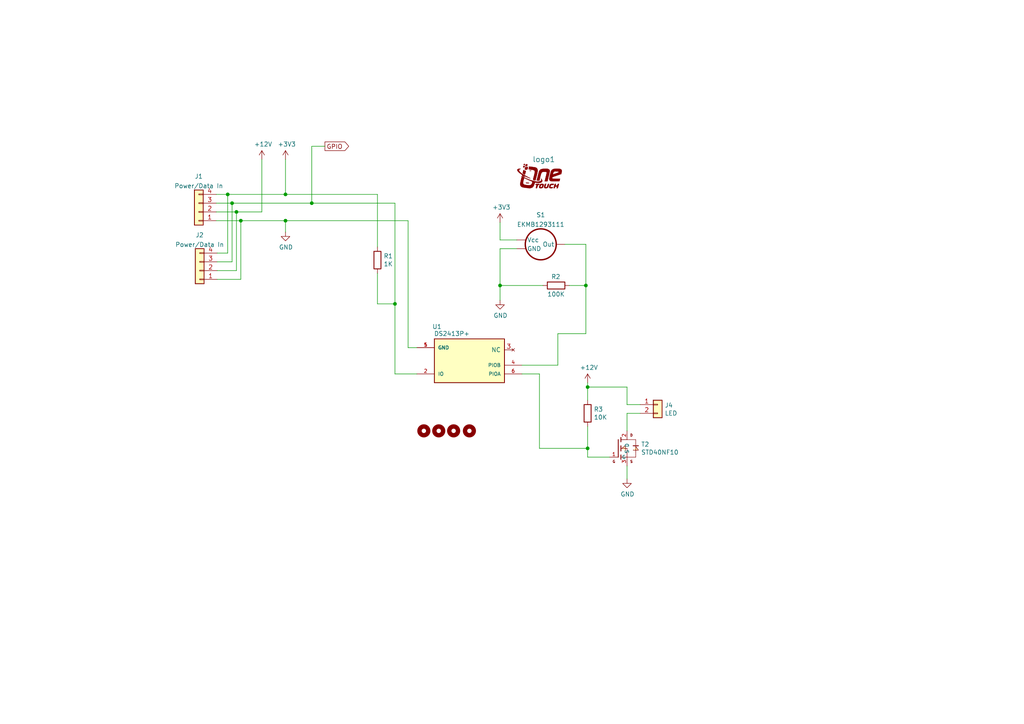
<source format=kicad_sch>
(kicad_sch (version 20211123) (generator eeschema)
  (paper "A4")
  (lib_symbols
    (symbol "Connector_Generic:Conn_01x02" (pin_names (offset 1.016) hide)
      (property "Reference" "J" (at 0 2.54 0))
      (property "Value" "Conn_01x02" (at 0 -5.08 0))
      (symbol "Conn_01x02_1_1"
        (rectangle (start -1.27 -2.413) (end 0 -2.667) (stroke (width 0.1524)))
        (rectangle (start -1.27 0.127) (end 0 -0.127) (stroke (width 0.1524)))
        (rectangle (start -1.27 1.27) (end 1.27 -3.81) (stroke (width 0.254)) (fill (type background)))
        (pin passive line (at -5.08 0 0) (length 3.81) (name "Pin_1") (number "1"))
        (pin passive line (at -5.08 -2.54 0) (length 3.81) (name "Pin_2") (number "2"))
      )
    )
    (symbol "Connector_Generic:Conn_01x04" (pin_names (offset 1.016) hide)
      (property "Reference" "J" (at 0 5.08 0))
      (property "Value" "Conn_01x04" (at 0 -7.62 0))
      (symbol "Conn_01x04_1_1"
        (rectangle (start -1.27 -4.953) (end 0 -5.207) (stroke (width 0.1524)))
        (rectangle (start -1.27 -2.413) (end 0 -2.667) (stroke (width 0.1524)))
        (rectangle (start -1.27 0.127) (end 0 -0.127) (stroke (width 0.1524)))
        (rectangle (start -1.27 2.667) (end 0 2.413) (stroke (width 0.1524)))
        (rectangle (start -1.27 3.81) (end 1.27 -6.35) (stroke (width 0.254)) (fill (type background)))
        (pin passive line (at -5.08 2.54 0) (length 3.81) (name "Pin_1") (number "1"))
        (pin passive line (at -5.08 0 0) (length 3.81) (name "Pin_2") (number "2"))
        (pin passive line (at -5.08 -2.54 0) (length 3.81) (name "Pin_3") (number "3"))
        (pin passive line (at -5.08 -5.08 0) (length 3.81) (name "Pin_4") (number "4"))
      )
    )
    (symbol "DS2413P_:DS2413P+" (pin_names (offset 1.016))
      (property "Reference" "U1" (at 0 -9.3218 0))
      (property "Value" "DS2413P+" (at 0 -7.0104 0))
      (symbol "DS2413P+_0_0"
        (rectangle (start -10.16 -7.62) (end 10.16 5.08) (stroke (width 0.254)) (fill (type background)))
        (pin power_in line (at 15.24 -5.08 180) (length 5.08) (name "GND") (number "1"))
        (pin bidirectional line (at 15.24 2.54 180) (length 5.08) (name "IO") (number "2"))
        (pin bidirectional line (at -15.24 0 0) (length 5.08) (name "PIOB") (number "4"))
        (pin power_in line (at 15.24 -5.08 180) (length 5.08) (name "GND") (number "5"))
        (pin bidirectional line (at -15.24 2.54 0) (length 5.08) (name "PIOA") (number "6"))
      )
      (symbol "DS2413P+_1_1"
        (pin no_connect line (at -12.7 -4.445 0) (length 2.54) (name "NC") (number "3"))
      )
    )
    (symbol "Device:R" (pin_numbers hide) (pin_names (offset 0))
      (property "Reference" "R" (at 2.032 0 90))
      (property "Value" "R" (at 0 0 90))
      (symbol "R_0_1"
        (rectangle (start -1.016 -2.54) (end 1.016 2.54) (stroke (width 0.254)))
      )
      (symbol "R_1_1"
        (pin passive line (at 0 3.81 270) (length 1.27) (name "~") (number "1"))
        (pin passive line (at 0 -3.81 90) (length 1.27) (name "~") (number "2"))
      )
    )
    (symbol "Mechanical:MountingHole" (pin_numbers hide) (pin_names (offset 1.016) hide)
      (property "Reference" "H" (at 0 5.08 0))
      (property "Value" "MountingHole" (at 0 3.175 0))
      (symbol "MountingHole_0_1"
        (circle (center 0 0) (radius 1.27) (stroke (width 1.27)))
      )
    )
    (symbol "STD40NF10:STD40NF10" (pin_names (offset 1.016))
      (property "Reference" "T2" (at 6.604 1.1684 0))
      (property "Value" "STD40NF10" (at 6.604 -1.143 0))
      (symbol "STD40NF10_0_0"
        (polyline (pts (xy 0 2.54) (xy 0 -2.54)) (stroke (width 0.254)))
        (polyline (pts (xy 0.762 -2.54) (xy 0.762 -3.175)) (stroke (width 0.254)))
        (polyline (pts (xy 0.762 -1.905) (xy 0.762 -2.54)) (stroke (width 0.254)))
        (polyline (pts (xy 0.762 0) (xy 0.762 -0.762)) (stroke (width 0.254)))
        (polyline (pts (xy 0.762 0) (xy 2.54 0)) (stroke (width 0.1524)))
        (polyline (pts (xy 0.762 0.762) (xy 0.762 0)) (stroke (width 0.254)))
        (polyline (pts (xy 0.762 2.54) (xy 0.762 1.905)) (stroke (width 0.254)))
        (polyline (pts (xy 0.762 2.54) (xy 2.54 2.54)) (stroke (width 0.1524)))
        (polyline (pts (xy 0.762 3.175) (xy 0.762 2.54)) (stroke (width 0.254)))
        (polyline (pts (xy 2.54 -2.54) (xy 0.762 -2.54)) (stroke (width 0.1524)))
        (polyline (pts (xy 2.54 -2.54) (xy 5.08 -2.54)) (stroke (width 0.127)))
        (polyline (pts (xy 2.54 0) (xy 2.54 -2.54)) (stroke (width 0.1524)))
        (polyline (pts (xy 5.08 -2.54) (xy 5.08 -1.016)) (stroke (width 0.127)))
        (polyline (pts (xy 5.08 0.762) (xy 4.318 0.762)) (stroke (width 0.254)))
        (polyline (pts (xy 5.08 0.762) (xy 5.08 -1.016)) (stroke (width 0.1524)))
        (polyline (pts (xy 5.08 1.016) (xy 5.08 2.54)) (stroke (width 0.127)))
        (polyline (pts (xy 5.08 2.54) (xy 2.54 2.54)) (stroke (width 0.127)))
        (polyline (pts (xy 5.842 0.762) (xy 5.08 0.762)) (stroke (width 0.254)))
        (polyline (pts (xy 1.016 0) (xy 2.032 0.762) (xy 2.032 -0.762)) (stroke (width 0.1524)) (fill (type background)))
        (polyline (pts (xy 5.08 0.508) (xy 5.842 -0.508) (xy 4.318 -0.508)) (stroke (width 0.1524)) (fill (type background)))
        (text "D" (at 3.81 3.81 0) (effects (font (size 0.7112 0.7112))))
        (text "G" (at -1.27 -3.81 0) (effects (font (size 0.7112 0.7112))))
        (text "S" (at 3.81 -3.81 0) (effects (font (size 0.7112 0.7112))))
        (pin passive line (at -2.54 -2.54 0) (length 2.54) (name "G") (number "1"))
        (pin passive line (at 2.54 5.08 270) (length 2.54) (name "D") (number "2"))
        (pin passive line (at 2.54 -5.08 90) (length 2.54) (name "S") (number "3"))
      )
    )
    (symbol "Sensor_Motion:EKMB1293111" (pin_numbers hide)
      (property "Reference" "S" (at 0 -10.795 0))
      (property "Value" "EKMB1293111" (at 0 10.16 0))
      (symbol "EKMB1293111_0_1"
        (circle (center 0 0) (radius 4.4901) (stroke (width 0.4)))
      )
      (symbol "EKMB1293111_1_1"
        (pin power_in line (at -6.985 1.27 0) (length 2.54) (name "Vcc") (number "1"))
        (pin power_in line (at -6.985 -1.27 0) (length 2.54) (name "GND") (number "2"))
        (pin output line (at 6.985 0 180) (length 2.54) (name "Out") (number "3"))
      )
    )
    (symbol "onetouchlogo:LOGO" (pin_names (offset 1.016))
      (symbol "LOGO_0_0"
        (polyline (pts (xy -2.3876 1.7526) (xy -2.4384 1.778) (xy -2.6416 1.8034) (xy -2.667 1.8034) (xy -2.8194 1.8288) (xy -2.8702 1.778) (xy -2.7686 1.7526) (xy -2.6162 1.7272) (xy -2.4384 1.7272) (xy -2.3876 1.7526)) (stroke (width 0.0254)) (fill (type outline)))
        (polyline (pts (xy -4.3688 2.7686) (xy -4.318 2.8956) (xy -4.2926 2.9718) (xy -4.2672 3.1242) (xy -4.3434 3.175) (xy -4.4704 3.175) (xy -4.5974 3.1496) (xy -4.6736 3.0988) (xy -4.699 2.9464) (xy -4.699 2.8194) (xy -4.6482 2.7432) (xy -4.5212 2.7432) (xy -4.3688 2.7686)) (stroke (width 0.0254)) (fill (type outline)))
        (polyline (pts (xy -3.048 -1.8034) (xy -2.9972 -1.778) (xy -3.0734 -1.7272) (xy -3.2258 -1.7018) (xy -3.6322 -1.651) (xy -3.7846 -1.651) (xy -3.8862 -1.6764) (xy -3.937 -1.7018) (xy -3.8862 -1.778) (xy -3.7592 -1.8034) (xy -3.6068 -1.8288) (xy -3.2004 -1.8288) (xy -3.048 -1.8034)) (stroke (width 0.0254)) (fill (type outline)))
        (polyline (pts (xy -4.318 3.4544) (xy -4.2164 3.4798) (xy -4.191 3.6068) (xy -4.2164 3.6322) (xy -4.2418 3.7338) (xy -4.3688 3.7592) (xy -4.4704 3.7338) (xy -4.5212 3.7084) (xy -4.5212 3.6576) (xy -4.572 3.5306) (xy -4.572 3.5052) (xy -4.5466 3.4544) (xy -4.3942 3.429) (xy -4.318 3.4544)) (stroke (width 0.0254)) (fill (type outline)))
        (polyline (pts (xy -3.5814 3.1496) (xy -3.5306 3.2512) (xy -3.5052 3.429) (xy -3.5052 3.4544) (xy -3.4798 3.6068) (xy -3.556 3.6576) (xy -3.683 3.683) (xy -3.7846 3.683) (xy -3.9116 3.6576) (xy -3.9878 3.556) (xy -4.0386 3.3528) (xy -4.0894 3.1242) (xy -3.683 3.1242) (xy -3.5814 3.1496)) (stroke (width 0.0254)) (fill (type outline)))
        (polyline (pts (xy -3.5814 2.1336) (xy -3.5052 2.2098) (xy -3.4544 2.3368) (xy -3.4036 2.5654) (xy -3.3528 2.8702) (xy -3.937 2.8702) (xy -4.0894 2.8448) (xy -4.1402 2.8194) (xy -4.1402 2.794) (xy -4.1656 2.667) (xy -4.191 2.4892) (xy -4.2164 2.413) (xy -4.2418 2.2352) (xy -4.2164 2.159) (xy -4.191 2.1336) (xy -4.064 2.1082) (xy -3.7084 2.1082) (xy -3.5814 2.1336)) (stroke (width 0.0254)) (fill (type outline)))
        (polyline (pts (xy -4.191 0.762) (xy -4.1402 0.9144) (xy -4.1402 0.9652) (xy -4.064 1.1938) (xy -4.0132 1.397) (xy -3.9624 1.5748) (xy -3.9624 1.6764) (xy -4.0132 1.7272) (xy -4.1656 1.7526) (xy -4.3434 1.8288) (xy -4.4958 1.9304) (xy -4.5466 1.9558) (xy -4.572 2.0066) (xy -4.6228 1.9558) (xy -4.6736 1.8542) (xy -4.7752 1.397) (xy -4.826 1.2192) (xy -4.826 1.0668) (xy -4.7244 0.9652) (xy -4.572 0.8382) (xy -4.4704 0.762) (xy -4.318 0.6858) (xy -4.2418 0.6604) (xy -4.191 0.762)) (stroke (width 0.0254)) (fill (type outline)))
        (polyline (pts (xy -0.8128 -3.2766) (xy -0.7366 -3.2512) (xy -0.6858 -3.1242) (xy -0.6096 -2.921) (xy -0.5588 -2.7686) (xy -0.508 -2.5654) (xy -0.4826 -2.4384) (xy -0.4318 -2.3876) (xy -0.2794 -2.3368) (xy -0.2032 -2.3368) (xy -0.0508 -2.2352) (xy 0 -2.0828) (xy -0.0254 -2.0574) (xy -0.1016 -2.032) (xy -0.7874 -2.032) (xy -0.9652 -2.0574) (xy -1.0668 -2.0828) (xy -1.1176 -2.1336) (xy -1.143 -2.1844) (xy -1.143 -2.2352) (xy -1.1176 -2.3114) (xy -0.9906 -2.3368) (xy -0.9398 -2.3368) (xy -0.8636 -2.3622) (xy -0.8382 -2.413) (xy -0.8636 -2.54) (xy -0.9398 -2.7432) (xy -0.9652 -2.8702) (xy -1.016 -3.048) (xy -1.016 -3.175) (xy -0.9906 -3.2512) (xy -0.8636 -3.302) (xy -0.8128 -3.2766)) (stroke (width 0.0254)) (fill (type outline)))
        (polyline (pts (xy 3.7338 -3.2512) (xy 3.81 -3.2004) (xy 3.8608 -3.1242) (xy 3.8608 -3.0988) (xy 3.8862 -3.0226) (xy 3.8608 -2.9972) (xy 3.7592 -2.9718) (xy 3.1496 -2.9718) (xy 3.2004 -2.794) (xy 3.2512 -2.6416) (xy 3.302 -2.4638) (xy 3.3782 -2.3876) (xy 3.5052 -2.3368) (xy 3.9116 -2.3368) (xy 4.064 -2.3114) (xy 4.1148 -2.286) (xy 4.1148 -2.2352) (xy 4.1656 -2.1082) (xy 4.1656 -2.0574) (xy 4.0894 -2.032) (xy 3.4544 -2.032) (xy 3.2258 -2.0828) (xy 3.0734 -2.1844) (xy 2.9718 -2.3622) (xy 2.8702 -2.6416) (xy 2.8702 -2.7178) (xy 2.8194 -2.921) (xy 2.8194 -3.0734) (xy 2.8702 -3.175) (xy 2.9972 -3.2258) (xy 3.0734 -3.2512) (xy 3.2512 -3.2766) (xy 3.556 -3.2766) (xy 3.7338 -3.2512)) (stroke (width 0.0254)) (fill (type outline)))
        (polyline (pts (xy 2.286 -3.2004) (xy 2.3622 -3.175) (xy 2.4384 -3.1242) (xy 2.5146 -3.0226) (xy 2.5654 -2.8702) (xy 2.6416 -2.6162) (xy 2.667 -2.54) (xy 2.7178 -2.3114) (xy 2.7686 -2.1336) (xy 2.794 -2.0574) (xy 2.7432 -2.032) (xy 2.6162 -2.032) (xy 2.5146 -2.0574) (xy 2.4384 -2.1082) (xy 2.3876 -2.2352) (xy 2.3368 -2.4384) (xy 2.2606 -2.6416) (xy 2.2098 -2.8194) (xy 2.1844 -2.8956) (xy 2.159 -2.921) (xy 2.032 -2.9718) (xy 1.7526 -2.9718) (xy 1.7018 -2.921) (xy 1.7272 -2.8448) (xy 1.7526 -2.667) (xy 1.8288 -2.4384) (xy 1.9558 -2.032) (xy 1.6256 -2.032) (xy 1.5748 -2.1082) (xy 1.4986 -2.286) (xy 1.4986 -2.3368) (xy 1.4224 -2.5654) (xy 1.3716 -2.7686) (xy 1.3462 -2.9718) (xy 1.3716 -3.1242) (xy 1.524 -3.2258) (xy 1.6764 -3.2766) (xy 2.0066 -3.2766) (xy 2.286 -3.2004)) (stroke (width 0.0254)) (fill (type outline)))
        (polyline (pts (xy 0.8382 -3.2004) (xy 0.8636 -3.2004) (xy 0.9652 -3.1242) (xy 1.0414 -3.048) (xy 1.0922 -2.8956) (xy 1.1684 -2.6416) (xy 1.1938 -2.5146) (xy 1.2446 -2.3114) (xy 1.2446 -2.2098) (xy 1.2192 -2.159) (xy 1.1684 -2.1082) (xy 1.1176 -2.0828) (xy 0.9652 -2.032) (xy 0.4826 -2.032) (xy 0.2794 -2.0828) (xy 0.2286 -2.1082) (xy 0.1524 -2.1844) (xy 0.0762 -2.3368) (xy 0 -2.5908) (xy -0.0508 -2.7432) (xy -0.1016 -2.9464) (xy 0.254 -2.9464) (xy 0.2794 -2.8194) (xy 0.3302 -2.667) (xy 0.3556 -2.5654) (xy 0.4064 -2.4384) (xy 0.508 -2.3622) (xy 0.6604 -2.3368) (xy 0.8382 -2.3368) (xy 0.8636 -2.3876) (xy 0.8636 -2.4892) (xy 0.8128 -2.6162) (xy 0.762 -2.8194) (xy 0.635 -2.9464) (xy 0.4572 -2.9718) (xy 0.3048 -2.9718) (xy 0.254 -2.9464) (xy -0.1016 -2.9464) (xy -0.1016 -3.0734) (xy -0.0508 -3.175) (xy 0.0762 -3.2258) (xy 0.254 -3.2766) (xy 0.5334 -3.2766) (xy 0.8382 -3.2004)) (stroke (width 0.0254)) (fill (type outline)))
        (polyline (pts (xy 5.2578 -3.2766) (xy 5.334 -3.175) (xy 5.3848 -3.0226) (xy 5.461 -2.7686) (xy 5.5118 -2.54) (xy 5.588 -2.3114) (xy 5.6134 -2.1336) (xy 5.6388 -2.0574) (xy 5.588 -2.032) (xy 5.4102 -2.032) (xy 5.3086 -2.1082) (xy 5.2324 -2.286) (xy 5.1816 -2.413) (xy 5.08 -2.4892) (xy 4.9022 -2.5146) (xy 4.6736 -2.54) (xy 4.7244 -2.2606) (xy 4.7244 -2.1844) (xy 4.7498 -2.0574) (xy 4.699 -2.032) (xy 4.5212 -2.032) (xy 4.445 -2.0828) (xy 4.3942 -2.159) (xy 4.3434 -2.3368) (xy 4.2672 -2.5908) (xy 4.2418 -2.6924) (xy 4.1656 -2.921) (xy 4.1402 -3.1242) (xy 4.1148 -3.2258) (xy 4.1402 -3.2766) (xy 4.2926 -3.2766) (xy 4.3688 -3.2512) (xy 4.4704 -3.175) (xy 4.5212 -3.0226) (xy 4.5212 -2.9718) (xy 4.572 -2.8448) (xy 4.6482 -2.794) (xy 5.08 -2.794) (xy 5.0292 -3.048) (xy 5.0292 -3.0988) (xy 5.0038 -3.2258) (xy 5.0546 -3.2766) (xy 5.1562 -3.302) (xy 5.2578 -3.2766)) (stroke (width 0.0254)) (fill (type outline)))
        (polyline (pts (xy -2.667 -0.4064) (xy -2.794 -0.3302) (xy -2.9972 -0.2286) (xy -3.2766 -0.0762) (xy -3.6068 0.1016) (xy -4.0894 0.3556) (xy -4.5466 0.6096) (xy -4.9022 0.8382) (xy -5.207 1.0414) (xy -5.4356 1.2192) (xy -5.6388 1.4224) (xy -5.7912 1.6002) (xy -5.9182 1.8288) (xy -5.9182 2.032) (xy -5.7912 2.1844) (xy -5.5626 2.286) (xy -5.461 2.3368) (xy -5.5372 2.3622) (xy -5.715 2.3622) (xy -6.0198 2.3368) (xy -6.2738 2.2606) (xy -6.4008 2.1336) (xy -6.4262 1.9812) (xy -6.35 1.7526) (xy -6.1722 1.4986) (xy -5.8674 1.2192) (xy -5.461 0.9144) (xy -5.3848 0.8636) (xy -5.1816 0.7112) (xy -5.0546 0.6096) (xy -5.0038 0.508) (xy -5.0038 0.4318) (xy -5.0292 0.4064) (xy -5.0038 0.3048) (xy -4.9022 0.2286) (xy -4.7244 0.1524) (xy -4.6228 0.1016) (xy -4.4704 0.0508) (xy -4.3688 0.0254) (xy -4.3434 0.0508) (xy -4.318 0.127) (xy -4.318 0.1778) (xy -4.2672 0.1778) (xy -4.1656 0.1524) (xy -4.0132 0.1016) (xy -3.7592 0) (xy -3.4036 -0.1524) (xy -2.8956 -0.3556) (xy -2.7178 -0.4064) (xy -2.6416 -0.4318) (xy -2.667 -0.4064)) (stroke (width 0.0254)) (fill (type outline)))
        (polyline (pts (xy -1.1684 -0.9652) (xy -1.1176 -0.889) (xy -1.1176 -0.8128) (xy -1.0668 -0.6096) (xy -0.9906 -0.3302) (xy -0.889 0) (xy -0.8128 0.3556) (xy -0.6858 0.8636) (xy -0.5842 1.2954) (xy -0.5334 1.651) (xy -0.5334 1.9304) (xy -0.5588 2.159) (xy -0.635 2.3368) (xy -0.7366 2.4892) (xy -0.762 2.5146) (xy -0.889 2.6162) (xy -1.016 2.6924) (xy -1.1684 2.7432) (xy -1.397 2.794) (xy -1.7272 2.8448) (xy -2.1336 2.8956) (xy -2.3876 2.921) (xy -2.6924 2.9718) (xy -2.8702 2.9972) (xy -2.9972 2.9972) (xy -3.048 2.9718) (xy -3.048 2.8956) (xy -3.0226 2.8702) (xy -3.0226 2.6924) (xy -3.0734 2.5146) (xy -3.0734 2.413) (xy -3.0988 2.2606) (xy -3.0988 2.2098) (xy -3.0734 2.1844) (xy -2.9464 2.1844) (xy -2.7432 2.1336) (xy -2.4892 2.1082) (xy -2.1082 2.0574) (xy -1.8034 2.0066) (xy -1.5748 1.9304) (xy -1.4478 1.8288) (xy -1.3716 1.651) (xy -1.3462 1.4224) (xy -1.397 1.1176) (xy -1.4732 0.7366) (xy -1.6002 0.2286) (xy -1.6764 -0.0508) (xy -1.7526 -0.3556) (xy -1.8034 -0.6096) (xy -1.8288 -0.7874) (xy -1.8288 -0.8636) (xy -1.6002 -0.9398) (xy -1.4478 -0.9652) (xy -1.27 -0.9906) (xy -1.1684 -0.9652)) (stroke (width 0.0254)) (fill (type outline)))
        (polyline (pts (xy 2.6416 0.1016) (xy 2.7178 0.3556) (xy 2.8194 0.8128) (xy 2.8956 1.143) (xy 2.9464 1.4224) (xy 2.9718 1.6256) (xy 2.9718 1.778) (xy 2.9464 1.905) (xy 2.8956 2.0066) (xy 2.8702 2.0828) (xy 2.7432 2.1844) (xy 2.5908 2.2606) (xy 2.3622 2.3368) (xy 2.032 2.3622) (xy 1.6002 2.3622) (xy 1.1176 2.3368) (xy 0.7366 2.286) (xy 0.4318 2.2098) (xy 0.2032 2.0574) (xy 0.0254 1.8542) (xy -0.1016 1.6002) (xy -0.1016 1.5748) (xy -0.1524 1.4478) (xy -0.2286 1.2192) (xy -0.3048 0.9144) (xy -0.381 0.5842) (xy -0.4826 0.2286) (xy -0.5588 -0.127) (xy -0.6604 -0.4318) (xy -0.7112 -0.7112) (xy -0.762 -0.9144) (xy -0.762 -0.9906) (xy -0.7366 -1.0414) (xy -0.6096 -1.0668) (xy -0.0254 -1.0668) (xy 0.2032 -0.1016) (xy 0.3048 0.3048) (xy 0.4064 0.6858) (xy 0.508 0.9906) (xy 0.6096 1.1938) (xy 0.7112 1.3208) (xy 0.8382 1.4224) (xy 0.9906 1.4478) (xy 1.2192 1.4732) (xy 1.8288 1.4732) (xy 1.9812 1.4478) (xy 2.0574 1.3716) (xy 2.0828 1.2446) (xy 2.0828 1.0668) (xy 2.032 0.8128) (xy 1.9558 0.4572) (xy 1.8288 -0.0254) (xy 1.524 -1.27) (xy 2.3114 -1.27) (xy 2.6416 0.1016)) (stroke (width 0.0254)) (fill (type outline)))
        (polyline (pts (xy 5.7912 -1.2192) (xy 5.842 -1.0668) (xy 5.8674 -0.9398) (xy 5.9182 -0.7366) (xy 5.969 -0.5588) (xy 4.2926 -0.5588) (xy 4.0386 -0.5334) (xy 3.8354 -0.4826) (xy 3.7338 -0.4318) (xy 3.683 -0.3556) (xy 3.683 -0.1524) (xy 3.7338 -0.1016) (xy 3.8354 -0.0508) (xy 4.0132 0.0254) (xy 4.2418 0.127) (xy 4.572 0.2286) (xy 5.0038 0.381) (xy 6.3246 0.8382) (xy 6.4008 1.1684) (xy 6.4008 1.2446) (xy 6.477 1.6002) (xy 6.4516 1.8796) (xy 6.3754 2.0828) (xy 6.223 2.2098) (xy 5.969 2.3114) (xy 5.588 2.3368) (xy 5.1054 2.3622) (xy 4.9022 2.3622) (xy 4.5212 2.3368) (xy 4.2164 2.3114) (xy 3.9878 2.2606) (xy 3.81 2.159) (xy 3.6322 2.032) (xy 3.4544 1.8542) (xy 3.4036 1.7272) (xy 3.3274 1.5494) (xy 3.2512 1.3208) (xy 3.1496 0.8636) (xy 3.9116 0.8636) (xy 3.9624 1.0414) (xy 4.0132 1.1938) (xy 4.0894 1.3716) (xy 4.191 1.4986) (xy 4.3688 1.5748) (xy 4.6228 1.6002) (xy 4.9784 1.5748) (xy 5.2832 1.5748) (xy 5.461 1.5494) (xy 5.5626 1.524) (xy 5.6134 1.4986) (xy 5.6388 1.4224) (xy 5.6388 1.397) (xy 5.588 1.3462) (xy 5.5118 1.2954) (xy 5.3594 1.2192) (xy 5.1308 1.1176) (xy 4.8006 1.016) (xy 4.699 0.9652) (xy 4.1656 0.7874) (xy 3.9878 0.7366) (xy 3.9116 0.7112) (xy 3.9116 0.8636) (xy 3.1496 0.8636) (xy 3.0734 0.6096) (xy 2.9718 0.1778) (xy 2.8956 -0.2286) (xy 2.8448 -0.5334) (xy 2.8702 -0.762) (xy 2.921 -0.9398) (xy 2.9972 -1.0668) (xy 3.1496 -1.1684) (xy 3.2258 -1.1938) (xy 3.3274 -1.2192) (xy 3.5052 -1.2192) (xy 3.7592 -1.2446) (xy 4.5466 -1.2446) (xy 5.7912 -1.2192)) (stroke (width 0.0254)) (fill (type outline)))
        (polyline (pts (xy -2.3876 -3.2004) (xy -2.3622 -3.2004) (xy -2.1336 -3.0988) (xy -1.9304 -2.9718) (xy -1.778 -2.7686) (xy -1.6256 -2.4892) (xy -1.4732 -2.1336) (xy -1.3208 -1.651) (xy -1.2446 -1.6256) (xy -1.1176 -1.6256) (xy -0.8636 -1.6764) (xy -0.6858 -1.7018) (xy -0.3048 -1.7526) (xy 0.0508 -1.7272) (xy 0.3302 -1.6764) (xy 0.5588 -1.6002) (xy 0.7366 -1.397) (xy 0.8128 -1.1684) (xy 0.762 -0.889) (xy 0.5842 -0.635) (xy 0.4318 -0.4572) (xy 0.508 -0.6604) (xy 0.5334 -0.7112) (xy 0.5588 -0.889) (xy 0.508 -1.016) (xy 0.508 -1.0414) (xy 0.3302 -1.2192) (xy 0.0508 -1.3208) (xy -0.3048 -1.3716) (xy -0.7366 -1.3716) (xy -1.27 -1.2954) (xy -1.8288 -1.143) (xy -2.4638 -0.9652) (xy -3.1496 -0.7112) (xy -3.8862 -0.4064) (xy -4.6482 -0.0508) (xy -4.7244 0) (xy -4.953 0.1016) (xy -5.1308 0.2032) (xy -5.2324 0.2286) (xy -5.1054 0.1016) (xy -5.3594 -0.889) (xy -5.461 -1.3208) (xy -5.5372 -1.7272) (xy -5.5372 -1.7526) (xy -4.7752 -1.7526) (xy -4.7752 -1.7018) (xy -4.7498 -1.5494) (xy -4.699 -1.3208) (xy -4.6482 -1.0668) (xy -4.572 -0.8128) (xy -4.5212 -0.5842) (xy -4.4704 -0.4064) (xy -4.445 -0.3302) (xy -4.4196 -0.3302) (xy -4.3434 -0.3556) (xy -4.1656 -0.4318) (xy -3.9116 -0.5334) (xy -3.6322 -0.6858) (xy -3.6068 -0.6858) (xy -2.9464 -0.9906) (xy -2.6416 -1.1176) (xy -2.4384 -1.1938) (xy -2.3368 -1.2446) (xy -2.159 -1.3208) (xy -2.0828 -1.3716) (xy -2.0574 -1.4478) (xy -2.0574 -1.5494) (xy -2.0828 -1.6256) (xy -2.159 -1.905) (xy -2.3114 -2.1336) (xy -2.4638 -2.3114) (xy -2.6924 -2.3876) (xy -3.048 -2.4384) (xy -3.5052 -2.3876) (xy -3.7084 -2.3622) (xy -3.9878 -2.3368) (xy -4.191 -2.3114) (xy -4.2926 -2.286) (xy -4.5466 -2.159) (xy -4.7244 -1.9812) (xy -4.7752 -1.7526) (xy -5.5372 -1.7526) (xy -5.588 -2.032) (xy -5.5626 -2.286) (xy -5.5118 -2.4892) (xy -5.4356 -2.6416) (xy -5.1816 -2.8956) (xy -4.9784 -2.9718) (xy -4.7498 -3.048) (xy -4.3942 -3.0988) (xy -3.9624 -3.1496) (xy -3.7338 -3.2004) (xy -3.3782 -3.2258) (xy -3.0988 -3.2512) (xy -2.8956 -3.2766) (xy -2.7686 -3.2766) (xy -2.3876 -3.2004)) (stroke (width 0.0254)) (fill (type outline)))
      )
    )
    (symbol "power:+12V" (power) (pin_names (offset 0))
      (property "Value" "+12V" (at 0 3.556 0))
      (symbol "+12V_0_1"
        (polyline (pts (xy -0.762 1.27) (xy 0 2.54)))
        (polyline (pts (xy 0 0) (xy 0 2.54)))
        (polyline (pts (xy 0 2.54) (xy 0.762 1.27)))
      )
      (symbol "+12V_1_1"
        (pin power_in line (at 0 0 90) (length 0) hide (name "+12V") (number "1"))
      )
    )
    (symbol "power:+3.3V" (power) (pin_names (offset 0))
      (property "Value" "+3.3V" (at 0 3.556 0))
      (symbol "+3.3V_0_1"
        (polyline (pts (xy -0.762 1.27) (xy 0 2.54)))
        (polyline (pts (xy 0 0) (xy 0 2.54)))
        (polyline (pts (xy 0 2.54) (xy 0.762 1.27)))
      )
      (symbol "+3.3V_1_1"
        (pin power_in line (at 0 0 90) (length 0) hide (name "+3V3") (number "1"))
      )
    )
    (symbol "power:GND" (power) (pin_names (offset 0))
      (property "Value" "GND" (at 0 -3.81 0))
      (symbol "GND_0_1"
        (polyline (pts (xy 0 0) (xy 0 -1.27) (xy 1.27 -1.27) (xy 0 -2.54) (xy -1.27 -1.27) (xy 0 -1.27)))
      )
      (symbol "GND_1_1"
        (pin power_in line (at 0 0 270) (length 0) hide (name "GND") (number "1"))
      )
    )
  )
  (junction (at 69.85 64.008))
  (junction (at 66.04 56.388))
  (junction (at 169.926 82.804))
  (junction (at 145.034 82.804))
  (junction (at 68.58 61.468))
  (junction (at 90.424 58.928))
  (junction (at 82.804 64.008))
  (junction (at 114.554 88.138))
  (junction (at 67.31 58.928))
  (junction (at 82.804 56.388))
  (junction (at 170.434 130.048))
  (junction (at 170.434 112.268))
  (wire (pts (xy 67.31 58.928) (xy 90.424 58.928)))
  (wire (pts (xy 62.738 56.388) (xy 66.04 56.388)))
  (wire (pts (xy 120.904 100.838) (xy 118.364 100.838)))
  (wire (pts (xy 181.864 138.938) (xy 181.864 135.128)))
  (wire (pts (xy 170.434 130.048) (xy 170.434 132.588)))
  (wire (pts (xy 90.424 58.928) (xy 114.554 58.928)))
  (wire (pts (xy 181.864 119.888) (xy 181.864 124.968)))
  (wire (pts (xy 151.384 105.918) (xy 161.798 105.918)))
  (wire (pts (xy 149.86 69.596) (xy 145.034 69.596)))
  (wire (pts (xy 120.904 108.458) (xy 114.554 108.458)))
  (wire (pts (xy 161.798 105.918) (xy 161.798 96.774)))
  (wire (pts (xy 82.804 46.228) (xy 82.804 56.388)))
  (wire (pts (xy 94.234 42.418) (xy 90.424 42.418)))
  (wire (pts (xy 82.804 64.008) (xy 82.804 67.31)))
  (wire (pts (xy 109.474 71.628) (xy 109.474 56.388)))
  (wire (pts (xy 169.926 70.866) (xy 169.926 82.804)))
  (wire (pts (xy 185.674 119.888) (xy 181.864 119.888)))
  (wire (pts (xy 114.554 108.458) (xy 114.554 88.138)))
  (wire (pts (xy 170.434 116.078) (xy 170.434 112.268)))
  (wire (pts (xy 156.464 108.458) (xy 156.464 130.048)))
  (wire (pts (xy 165.1 82.804) (xy 169.926 82.804)))
  (wire (pts (xy 66.04 73.406) (xy 66.04 56.388)))
  (wire (pts (xy 185.674 117.348) (xy 181.864 117.348)))
  (wire (pts (xy 170.434 132.588) (xy 176.784 132.588)))
  (wire (pts (xy 145.034 72.136) (xy 149.86 72.136)))
  (wire (pts (xy 109.474 79.248) (xy 109.474 88.138)))
  (wire (pts (xy 181.864 112.268) (xy 181.864 117.348)))
  (wire (pts (xy 82.804 56.388) (xy 109.474 56.388)))
  (wire (pts (xy 169.926 70.866) (xy 163.83 70.866)))
  (wire (pts (xy 69.85 64.008) (xy 82.804 64.008)))
  (wire (pts (xy 69.85 81.026) (xy 69.85 64.008)))
  (wire (pts (xy 145.034 69.596) (xy 145.034 64.516)))
  (wire (pts (xy 75.946 46.228) (xy 75.946 61.468)))
  (wire (pts (xy 170.434 112.268) (xy 181.864 112.268)))
  (wire (pts (xy 62.738 58.928) (xy 67.31 58.928)))
  (wire (pts (xy 62.738 64.008) (xy 69.85 64.008)))
  (wire (pts (xy 62.992 75.946) (xy 67.31 75.946)))
  (wire (pts (xy 156.464 130.048) (xy 170.434 130.048)))
  (wire (pts (xy 62.738 61.468) (xy 68.58 61.468)))
  (wire (pts (xy 145.034 72.136) (xy 145.034 82.804)))
  (wire (pts (xy 62.992 73.406) (xy 66.04 73.406)))
  (wire (pts (xy 114.554 88.138) (xy 114.554 58.928)))
  (wire (pts (xy 68.58 78.486) (xy 68.58 61.468)))
  (wire (pts (xy 161.798 96.774) (xy 169.926 96.774)))
  (wire (pts (xy 157.48 82.804) (xy 145.034 82.804)))
  (wire (pts (xy 82.804 64.008) (xy 118.364 64.008)))
  (wire (pts (xy 170.434 112.268) (xy 170.434 110.998)))
  (wire (pts (xy 68.58 61.468) (xy 75.946 61.468)))
  (wire (pts (xy 118.364 64.008) (xy 118.364 100.838)))
  (wire (pts (xy 62.992 81.026) (xy 69.85 81.026)))
  (wire (pts (xy 90.424 42.418) (xy 90.424 58.928)))
  (wire (pts (xy 169.926 82.804) (xy 169.926 96.774)))
  (wire (pts (xy 67.31 75.946) (xy 67.31 58.928)))
  (wire (pts (xy 151.384 108.458) (xy 156.464 108.458)))
  (wire (pts (xy 66.04 56.388) (xy 82.804 56.388)))
  (wire (pts (xy 109.474 88.138) (xy 114.554 88.138)))
  (wire (pts (xy 145.034 82.804) (xy 145.034 87.122)))
  (wire (pts (xy 62.992 78.486) (xy 68.58 78.486)))
  (wire (pts (xy 170.434 123.698) (xy 170.434 130.048)))
  (global_label "GPIO" (shape output) (at 94.234 42.418 0) (property "Intersheet References" "${INTERSHEET_REFS}" (effects hide)))
  (symbol (lib_id "DS2413P_:DS2413P+") (at 136.144 105.918 180) (unit 1)
    (property "Reference" "U1" (at 126.746 94.742 0))
    (property "Value" "DS2413P+" (at 131.064 96.774 0))
    (property "Footprint" "DS2413P_:SOIC127P429X150-N" (effects hide))
    (property "Datasheet" "http://www.farnell.com/datasheets/1911564.pdf" (effects hide))
  )
  (symbol (lib_id "power:+3.3V") (at 145.034 64.516 0) (unit 1)
    (property "Reference" "#PWR04" (effects hide))
    (property "Value" "+3.3V" (at 145.415 60.1218 0))
  )
  (symbol (lib_id "Mechanical:MountingHole") (at 136.144 124.968 0) (unit 1)
    (property "Reference" "H4" (effects hide))
    (property "Value" "MountingHole" (effects hide))
    (property "Footprint" "MountingHole:MountingHole_3.2mm_M3" (effects hide))
  )
  (symbol (lib_id "power:+12V") (at 75.946 46.228 0) (unit 1)
    (property "Reference" "#PWR01" (effects hide))
    (property "Value" "+12V" (at 76.327 41.8338 0))
  )
  (symbol (lib_id "STD40NF10:STD40NF10") (at 179.324 130.048 0) (unit 1)
    (property "Reference" "T2" (at 185.928 128.8796 0) (effects (justify left)))
    (property "Value" "STD40NF10" (at 185.928 131.191 0) (effects (justify left)))
    (property "Footprint" "STD40NF10:D_PAK" (effects hide))
    (property "Datasheet" "https://ie.farnell.com/stmicroelectronics/std40nf03lt4/mosfet-n-ch-30v-40a-dpak/dp/1752039?ost=std40nf03l&iscrfnonsku=false" (effects hide))
  )
  (symbol (lib_id "Mechanical:MountingHole") (at 127.254 124.968 0) (unit 1)
    (property "Reference" "H2" (effects hide))
    (property "Value" "MountingHole" (effects hide))
    (property "Footprint" "MountingHole:MountingHole_3.2mm_M3" (effects hide))
  )
  (symbol (lib_id "Device:R") (at 170.434 119.888 0) (unit 1)
    (property "Reference" "R3" (at 172.212 118.7196 0) (effects (justify left)))
    (property "Value" "10K" (at 172.212 121.031 0) (effects (justify left)))
    (property "Footprint" "Resistor_SMD:R_1206_3216Metric" (effects hide))
  )
  (symbol (lib_id "power:+12V") (at 170.434 110.998 0) (unit 1)
    (property "Reference" "#PWR05" (effects hide))
    (property "Value" "+12V" (at 170.815 106.6038 0))
  )
  (symbol (lib_id "Mechanical:MountingHole") (at 131.572 124.968 0) (unit 1)
    (property "Reference" "H3" (effects hide))
    (property "Value" "MountingHole" (effects hide))
    (property "Footprint" "MountingHole:MountingHole_3.2mm_M3" (effects hide))
  )
  (symbol (lib_id "power:GND") (at 82.804 67.31 0) (unit 1)
    (property "Reference" "#PWR03" (effects hide))
    (property "Value" "GND" (at 82.931 71.7042 0))
  )
  (symbol (lib_id "Sensor_Motion:EKMB1293111") (at 156.845 70.866 0) (unit 1)
    (property "Reference" "S1" (at 156.845 62.3364 0))
    (property "Value" "EKMB1293111" (at 156.845 65.1115 0))
    (property "Footprint" "Sensor_Motion:EKMB1293111" (effects hide))
    (property "Datasheet" "https://www.farnell.com/datasheets/3204534.pdf" (effects hide))
  )
  (symbol (lib_id "power:GND") (at 181.864 138.938 0) (unit 1)
    (property "Reference" "#PWR07" (effects hide))
    (property "Value" "GND" (at 181.991 143.3322 0))
  )
  (symbol (lib_id "Device:R") (at 109.474 75.438 0) (unit 1)
    (property "Reference" "R1" (at 111.252 74.2696 0) (effects (justify left)))
    (property "Value" "1K" (at 111.252 76.581 0) (effects (justify left)))
    (property "Footprint" "Resistor_SMD:R_1206_3216Metric" (effects hide))
  )
  (symbol (lib_id "Device:R") (at 161.29 82.804 90) (unit 1)
    (property "Reference" "R2" (at 162.56 80.264 90) (effects (justify left)))
    (property "Value" "100K" (at 163.83 85.344 90) (effects (justify left)))
    (property "Footprint" "Resistor_SMD:R_1206_3216Metric" (effects hide))
  )
  (symbol (lib_id "Mechanical:MountingHole") (at 122.936 124.968 0) (unit 1)
    (property "Reference" "H1" (effects hide))
    (property "Value" "MountingHole" (effects hide))
    (property "Footprint" "MountingHole:MountingHole_3.2mm_M3" (effects hide))
  )
  (symbol (lib_id "Connector_Generic:Conn_01x02") (at 190.754 117.348 0) (unit 1)
    (property "Reference" "J4" (at 192.786 117.5512 0) (effects (justify left)))
    (property "Value" "LED" (at 192.786 119.8626 0) (effects (justify left)))
    (property "Footprint" "Connector_JST:JST_XH_B2B-XH-AM_1x02_P2.50mm_Vertical" (effects hide))
  )
  (symbol (lib_id "power:+3.3V") (at 82.804 46.228 0) (unit 1)
    (property "Reference" "#PWR02" (effects hide))
    (property "Value" "+3.3V" (at 83.185 41.8338 0))
  )
  (symbol (lib_id "onetouchlogo:LOGO") (at 156.464 51.308 0) (unit 1)
    (property "Reference" "logo1" (at 157.734 46.228 0) (effects (font (size 1.524 1.524))))
    (property "Value" "LOGO" (effects hide))
    (property "Footprint" "OneTouch_Logo:onetouchlogo" (effects hide))
  )
  (symbol (lib_id "Connector_Generic:Conn_01x04") (at 57.912 78.486 180) (unit 1)
    (property "Reference" "J2" (at 57.912 68.1736 0))
    (property "Value" "Power/Data In" (at 57.912 70.9422 0))
    (property "Footprint" "Connector_Phoenix_MC_HighVoltage:PhoenixContact_MCV_1,5_4-G-5.08_1x04_P5.08mm_Vertical" (effects hide))
  )
  (symbol (lib_id "Connector_Generic:Conn_01x04") (at 57.658 61.468 180) (unit 1)
    (property "Reference" "J1" (at 57.658 51.1556 0))
    (property "Value" "Power/Data In" (at 57.658 53.9242 0))
    (property "Footprint" "Connector_Phoenix_MC_HighVoltage:PhoenixContact_MCV_1,5_4-G-5.08_1x04_P5.08mm_Vertical" (effects hide))
  )
  (symbol (lib_id "power:GND") (at 145.034 87.122 0) (unit 1)
    (property "Reference" "#PWR06" (effects hide))
    (property "Value" "GND" (at 145.161 91.5162 0))
  )
)
</source>
